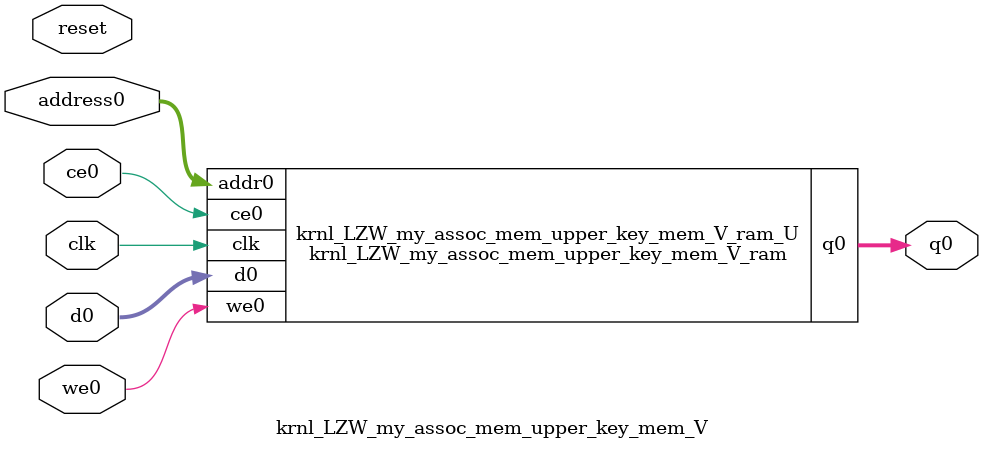
<source format=v>
`timescale 1 ns / 1 ps
module krnl_LZW_my_assoc_mem_upper_key_mem_V_ram (addr0, ce0, d0, we0, q0,  clk);

parameter DWIDTH = 72;
parameter AWIDTH = 9;
parameter MEM_SIZE = 512;

input[AWIDTH-1:0] addr0;
input ce0;
input[DWIDTH-1:0] d0;
input we0;
output reg[DWIDTH-1:0] q0;
input clk;

reg [DWIDTH-1:0] ram[0:MEM_SIZE-1];




always @(posedge clk)  
begin 
    if (ce0) begin
        if (we0) 
            ram[addr0] <= d0; 
        q0 <= ram[addr0];
    end
end


endmodule

`timescale 1 ns / 1 ps
module krnl_LZW_my_assoc_mem_upper_key_mem_V(
    reset,
    clk,
    address0,
    ce0,
    we0,
    d0,
    q0);

parameter DataWidth = 32'd72;
parameter AddressRange = 32'd512;
parameter AddressWidth = 32'd9;
input reset;
input clk;
input[AddressWidth - 1:0] address0;
input ce0;
input we0;
input[DataWidth - 1:0] d0;
output[DataWidth - 1:0] q0;



krnl_LZW_my_assoc_mem_upper_key_mem_V_ram krnl_LZW_my_assoc_mem_upper_key_mem_V_ram_U(
    .clk( clk ),
    .addr0( address0 ),
    .ce0( ce0 ),
    .we0( we0 ),
    .d0( d0 ),
    .q0( q0 ));

endmodule


</source>
